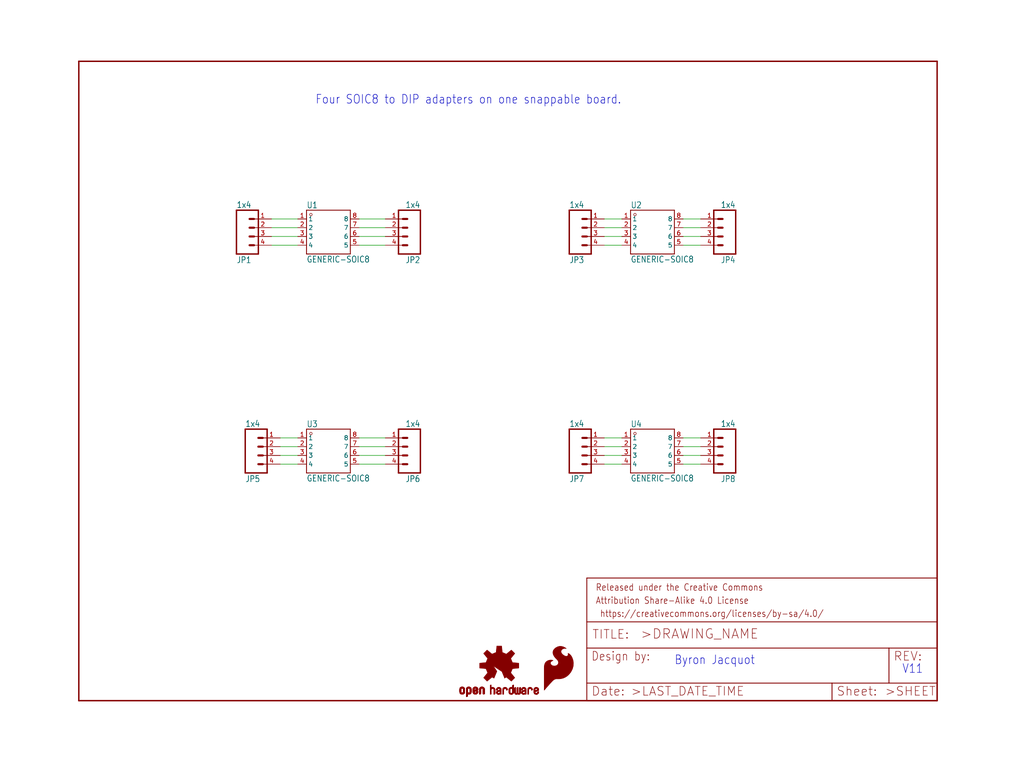
<source format=kicad_sch>
(kicad_sch (version 20211123) (generator eeschema)
  (paper "User" 297.002 223.926)
  (lib_symbols
    (symbol "schematicEagle-eagle-import:FRAME-LETTER"
      (symbol "FRAME-LETTER_2_0"
        (text " https://creativecommons.org/licenses/by-sa/4.0/" (at 2.54 24.13 0) (effects (font (size 1.9304 1.6408)) (justify left bottom)))
        (text ">DRAWING_NAME" (at 15.494 17.78 0) (effects (font (size 2.7432 2.7432)) (justify left bottom)))
        (text ">LAST_DATE_TIME" (at 12.7 1.27 0) (effects (font (size 2.54 2.54)) (justify left bottom)))
        (text ">SHEET" (at 86.36 1.27 0) (effects (font (size 2.54 2.54)) (justify left bottom)))
        (text "Attribution Share-Alike 4.0 License" (at 2.54 27.94 0) (effects (font (size 1.9304 1.6408)) (justify left bottom)))
        (text "Date:" (at 1.27 1.27 0) (effects (font (size 2.54 2.54)) (justify left bottom)))
        (text "Design by:" (at 1.27 11.43 0) (effects (font (size 2.54 2.159)) (justify left bottom)))
        (text "Released under the Creative Commons" (at 2.54 31.75 0) (effects (font (size 1.9304 1.6408)) (justify left bottom)))
        (text "REV:" (at 88.9 11.43 0) (effects (font (size 2.54 2.54)) (justify left bottom)))
        (text "Sheet:" (at 72.39 1.27 0) (effects (font (size 2.54 2.54)) (justify left bottom)))
        (text "TITLE:" (at 1.524 17.78 0) (effects (font (size 2.54 2.54)) (justify left bottom)))
      )
    )
    (symbol "schematicEagle-eagle-import:GENERIC-SOIC8"
      (property "Reference" "U" (at 0 3.048 0))
      (property "Value" "GENERIC-SOIC8" (at 0 -12.7 0))
      (symbol "GENERIC-SOIC8_1_0"
        (pin bidirectional line (at -2.54 0 0) (length 2.54) (name "1") (number "1"))
        (pin bidirectional line (at -2.54 -2.54 0) (length 2.54) (name "2") (number "2"))
        (pin bidirectional line (at -2.54 -5.08 0) (length 2.54) (name "3") (number "3"))
        (pin bidirectional line (at -2.54 -7.62 0) (length 2.54) (name "4") (number "4"))
        (pin bidirectional line (at 15.24 -7.62 180) (length 2.54) (name "5") (number "5"))
        (pin bidirectional line (at 15.24 -5.08 180) (length 2.54) (name "6") (number "6"))
        (pin bidirectional line (at 15.24 -2.54 180) (length 2.54) (name "7") (number "7"))
        (pin bidirectional line (at 15.24 0 180) (length 2.54) (name "8") (number "8"))
      )
    )
    (symbol "schematicEagle-eagle-import:M041X04_NO_SILK"
      (property "Reference" "JP" (at -5.08 8.382 0))
      (property "Value" "M041X04_NO_SILK" (at -5.08 -7.62 0))
      (symbol "M041X04_NO_SILK_1_0"
        (pin passive line (at 5.08 -2.54 180) (length 5.08) (name "1") (number "1"))
        (pin passive line (at 5.08 0 180) (length 5.08) (name "2") (number "2"))
        (pin passive line (at 5.08 2.54 180) (length 5.08) (name "3") (number "3"))
        (pin passive line (at 5.08 5.08 180) (length 5.08) (name "4") (number "4"))
      )
    )
    (symbol "schematicEagle-eagle-import:M04NO_SILK_ALL_ROUND"
      (property "Reference" "JP" (at -5.08 8.382 0))
      (property "Value" "M04NO_SILK_ALL_ROUND" (at -5.08 -7.62 0))
      (symbol "M04NO_SILK_ALL_ROUND_1_0"
        (pin passive line (at 5.08 -2.54 180) (length 5.08) (name "1") (number "1"))
        (pin passive line (at 5.08 0 180) (length 5.08) (name "2") (number "2"))
        (pin passive line (at 5.08 2.54 180) (length 5.08) (name "3") (number "3"))
        (pin passive line (at 5.08 5.08 180) (length 5.08) (name "4") (number "4"))
      )
    )
    (symbol "schematicEagle-eagle-import:OSHW-LOGOS")
    (symbol "schematicEagle-eagle-import:SFE_LOGO_FLAME.1_INCH")
  )
  (wire (pts (xy 198.12 127) (xy 203.2 127)))
  (wire (pts (xy 104.14 66.04) (xy 111.76 66.04)))
  (wire (pts (xy 104.14 63.5) (xy 111.76 63.5)))
  (wire (pts (xy 175.26 68.58) (xy 180.34 68.58)))
  (wire (pts (xy 198.12 66.04) (xy 203.2 66.04)))
  (wire (pts (xy 175.26 134.62) (xy 180.34 134.62)))
  (wire (pts (xy 86.36 71.12) (xy 78.74 71.12)))
  (wire (pts (xy 78.74 68.58) (xy 86.36 68.58)))
  (wire (pts (xy 81.28 132.08) (xy 86.36 132.08)))
  (wire (pts (xy 198.12 129.54) (xy 203.2 129.54)))
  (wire (pts (xy 86.36 66.04) (xy 78.74 66.04)))
  (wire (pts (xy 175.26 66.04) (xy 180.34 66.04)))
  (wire (pts (xy 81.28 127) (xy 86.36 127)))
  (wire (pts (xy 198.12 63.5) (xy 203.2 63.5)))
  (wire (pts (xy 175.26 71.12) (xy 180.34 71.12)))
  (wire (pts (xy 78.74 63.5) (xy 86.36 63.5)))
  (wire (pts (xy 198.12 134.62) (xy 203.2 134.62)))
  (wire (pts (xy 198.12 68.58) (xy 203.2 68.58)))
  (wire (pts (xy 104.14 129.54) (xy 111.76 129.54)))
  (wire (pts (xy 198.12 71.12) (xy 203.2 71.12)))
  (wire (pts (xy 175.26 127) (xy 180.34 127)))
  (wire (pts (xy 175.26 129.54) (xy 180.34 129.54)))
  (wire (pts (xy 104.14 71.12) (xy 111.76 71.12)))
  (wire (pts (xy 175.26 63.5) (xy 180.34 63.5)))
  (wire (pts (xy 104.14 68.58) (xy 111.76 68.58)))
  (wire (pts (xy 175.26 132.08) (xy 180.34 132.08)))
  (wire (pts (xy 104.14 132.08) (xy 111.76 132.08)))
  (wire (pts (xy 81.28 134.62) (xy 86.36 134.62)))
  (wire (pts (xy 198.12 132.08) (xy 203.2 132.08)))
  (wire (pts (xy 104.14 134.62) (xy 111.76 134.62)))
  (wire (pts (xy 104.14 127) (xy 111.76 127)))
  (wire (pts (xy 81.28 129.54) (xy 86.36 129.54)))
  (text "Four SOIC8 to DIP adapters on one snappable board." (at 91.44 30.48 0) (effects (font (size 2.54 2.159)) (justify left bottom)))
  (text "V11" (at 261.62 195.58 180) (effects (font (size 2.54 2.159)) (justify left bottom)))
  (text "Byron Jacquot" (at 195.58 193.04 180) (effects (font (size 2.54 2.159)) (justify left bottom)))
  (symbol (lib_id "schematicEagle-eagle-import:FRAME-LETTER") (at 170.18 203.2 0) (unit 2)
    (property "Reference" "FRAME1" (effects hide))
    (property "Value" "frame" (effects hide))
    (property "Footprint" "schematicEagle:CREATIVE_COMMONS" (effects hide))
  )
  (symbol (lib_id "schematicEagle-eagle-import:SFE_LOGO_FLAME.1_INCH") (at 157.48 200.66 0) (unit 1)
    (property "Reference" "LOGO1" (effects hide))
    (property "Value" "SFE_LOGO_FLAME.1_INCH" (effects hide))
    (property "Footprint" "schematicEagle:SFE_LOGO_FLAME_.1" (effects hide))
  )
  (symbol (lib_id "schematicEagle-eagle-import:GENERIC-SOIC8") (at 182.88 63.5 0) (unit 1)
    (property "Reference" "U2" (at 182.88 60.452 0) (effects (font (size 1.778 1.5113)) (justify left bottom)))
    (property "Value" "GENERIC-SOIC8" (at 182.88 76.2 0) (effects (font (size 1.778 1.5113)) (justify left bottom)))
    (property "Footprint" "schematicEagle:SO08-UNIVERSAL" (effects hide))
  )
  (symbol (lib_id "schematicEagle-eagle-import:GENERIC-SOIC8") (at 182.88 127 0) (unit 1)
    (property "Reference" "U4" (at 182.88 123.952 0) (effects (font (size 1.778 1.5113)) (justify left bottom)))
    (property "Value" "GENERIC-SOIC8" (at 182.88 139.7 0) (effects (font (size 1.778 1.5113)) (justify left bottom)))
    (property "Footprint" "schematicEagle:SO08-UNIVERSAL" (effects hide))
  )
  (symbol (lib_id "schematicEagle-eagle-import:M041X04_NO_SILK") (at 170.18 129.54 0) (mirror x) (unit 1)
    (property "Reference" "JP7" (at 165.1 137.922 0) (effects (font (size 1.778 1.5113)) (justify left bottom)))
    (property "Value" "1x4" (at 165.1 121.92 0) (effects (font (size 1.778 1.5113)) (justify left bottom)))
    (property "Footprint" "schematicEagle:1X04_NO_SILK" (effects hide))
  )
  (symbol (lib_id "schematicEagle-eagle-import:GENERIC-SOIC8") (at 88.9 127 0) (unit 1)
    (property "Reference" "U3" (at 88.9 123.952 0) (effects (font (size 1.778 1.5113)) (justify left bottom)))
    (property "Value" "GENERIC-SOIC8" (at 88.9 139.7 0) (effects (font (size 1.778 1.5113)) (justify left bottom)))
    (property "Footprint" "schematicEagle:SO08-UNIVERSAL" (effects hide))
  )
  (symbol (lib_id "schematicEagle-eagle-import:M041X04_NO_SILK") (at 170.18 66.04 0) (mirror x) (unit 1)
    (property "Reference" "JP3" (at 165.1 74.422 0) (effects (font (size 1.778 1.5113)) (justify left bottom)))
    (property "Value" "1x4" (at 165.1 58.42 0) (effects (font (size 1.778 1.5113)) (justify left bottom)))
    (property "Footprint" "schematicEagle:1X04_NO_SILK" (effects hide))
  )
  (symbol (lib_id "schematicEagle-eagle-import:GENERIC-SOIC8") (at 88.9 63.5 0) (unit 1)
    (property "Reference" "U1" (at 88.9 60.452 0) (effects (font (size 1.778 1.5113)) (justify left bottom)))
    (property "Value" "GENERIC-SOIC8" (at 88.9 76.2 0) (effects (font (size 1.778 1.5113)) (justify left bottom)))
    (property "Footprint" "schematicEagle:SO08-UNIVERSAL" (effects hide))
  )
  (symbol (lib_id "schematicEagle-eagle-import:FRAME-LETTER") (at 22.86 203.2 0) (unit 1)
    (property "Reference" "FRAME1" (effects hide))
    (property "Value" "frame" (effects hide))
    (property "Footprint" "schematicEagle:CREATIVE_COMMONS" (effects hide))
  )
  (symbol (lib_id "schematicEagle-eagle-import:M041X04_NO_SILK") (at 73.66 66.04 0) (mirror x) (unit 1)
    (property "Reference" "JP1" (at 68.58 74.422 0) (effects (font (size 1.778 1.5113)) (justify left bottom)))
    (property "Value" "1x4" (at 68.58 58.42 0) (effects (font (size 1.778 1.5113)) (justify left bottom)))
    (property "Footprint" "schematicEagle:1X04_NO_SILK" (effects hide))
  )
  (symbol (lib_id "schematicEagle-eagle-import:M041X04_NO_SILK") (at 76.2 129.54 0) (mirror x) (unit 1)
    (property "Reference" "JP5" (at 71.12 137.922 0) (effects (font (size 1.778 1.5113)) (justify left bottom)))
    (property "Value" "1x4" (at 71.12 121.92 0) (effects (font (size 1.778 1.5113)) (justify left bottom)))
    (property "Footprint" "schematicEagle:1X04_NO_SILK" (effects hide))
  )
  (symbol (lib_id "schematicEagle-eagle-import:M04NO_SILK_ALL_ROUND") (at 116.84 66.04 180) (unit 1)
    (property "Reference" "JP2" (at 121.92 74.422 0) (effects (font (size 1.778 1.5113)) (justify left bottom)))
    (property "Value" "1x4" (at 121.92 58.42 0) (effects (font (size 1.778 1.5113)) (justify left bottom)))
    (property "Footprint" "schematicEagle:1X04_NO_SILK_ALL_ROUND" (effects hide))
  )
  (symbol (lib_id "schematicEagle-eagle-import:M04NO_SILK_ALL_ROUND") (at 116.84 129.54 180) (unit 1)
    (property "Reference" "JP6" (at 121.92 137.922 0) (effects (font (size 1.778 1.5113)) (justify left bottom)))
    (property "Value" "1x4" (at 121.92 121.92 0) (effects (font (size 1.778 1.5113)) (justify left bottom)))
    (property "Footprint" "schematicEagle:1X04_NO_SILK_ALL_ROUND" (effects hide))
  )
  (symbol (lib_id "schematicEagle-eagle-import:M04NO_SILK_ALL_ROUND") (at 208.28 129.54 180) (unit 1)
    (property "Reference" "JP8" (at 213.36 137.922 0) (effects (font (size 1.778 1.5113)) (justify left bottom)))
    (property "Value" "1x4" (at 213.36 121.92 0) (effects (font (size 1.778 1.5113)) (justify left bottom)))
    (property "Footprint" "schematicEagle:1X04_NO_SILK_ALL_ROUND" (effects hide))
  )
  (symbol (lib_id "schematicEagle-eagle-import:OSHW-LOGOS") (at 144.78 193.04 0) (unit 1)
    (property "Reference" "LOGO2" (effects hide))
    (property "Value" "OSHW-LOGOS" (effects hide))
    (property "Footprint" "schematicEagle:OSHW-LOGO-S" (effects hide))
  )
  (symbol (lib_id "schematicEagle-eagle-import:M04NO_SILK_ALL_ROUND") (at 208.28 66.04 180) (unit 1)
    (property "Reference" "JP4" (at 213.36 74.422 0) (effects (font (size 1.778 1.5113)) (justify left bottom)))
    (property "Value" "1x4" (at 213.36 58.42 0) (effects (font (size 1.778 1.5113)) (justify left bottom)))
    (property "Footprint" "schematicEagle:1X04_NO_SILK_ALL_ROUND" (effects hide))
  )
)
</source>
